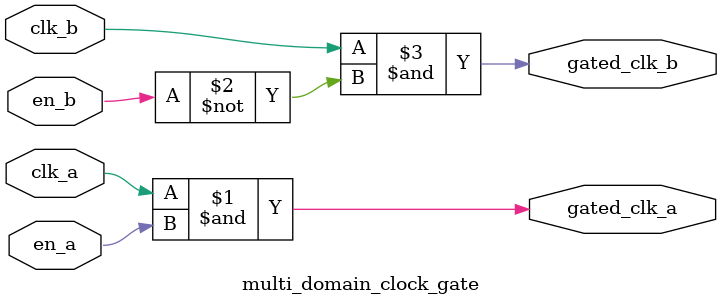
<source format=sv>
module multi_domain_clock_gate (
    input  wire clk_a,
    input  wire clk_b,
    input  wire en_a,
    input  wire en_b,
    output wire gated_clk_a,
    output wire gated_clk_b
);
    assign gated_clk_a = clk_a & en_a;
    assign gated_clk_b = clk_b & ~en_b; // Inverted polarity
endmodule
</source>
